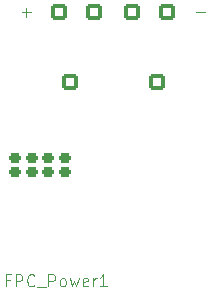
<source format=gto>
%TF.GenerationSoftware,KiCad,Pcbnew,9.0.3*%
%TF.CreationDate,2025-08-07T08:56:10+03:00*%
%TF.ProjectId,Battery,42617474-6572-4792-9e6b-696361645f70,rev?*%
%TF.SameCoordinates,Original*%
%TF.FileFunction,Legend,Top*%
%TF.FilePolarity,Positive*%
%FSLAX46Y46*%
G04 Gerber Fmt 4.6, Leading zero omitted, Abs format (unit mm)*
G04 Created by KiCad (PCBNEW 9.0.3) date 2025-08-07 08:56:10*
%MOMM*%
%LPD*%
G01*
G04 APERTURE LIST*
G04 Aperture macros list*
%AMRoundRect*
0 Rectangle with rounded corners*
0 $1 Rounding radius*
0 $2 $3 $4 $5 $6 $7 $8 $9 X,Y pos of 4 corners*
0 Add a 4 corners polygon primitive as box body*
4,1,4,$2,$3,$4,$5,$6,$7,$8,$9,$2,$3,0*
0 Add four circle primitives for the rounded corners*
1,1,$1+$1,$2,$3*
1,1,$1+$1,$4,$5*
1,1,$1+$1,$6,$7*
1,1,$1+$1,$8,$9*
0 Add four rect primitives between the rounded corners*
20,1,$1+$1,$2,$3,$4,$5,0*
20,1,$1+$1,$4,$5,$6,$7,0*
20,1,$1+$1,$6,$7,$8,$9,0*
20,1,$1+$1,$8,$9,$2,$3,0*%
G04 Aperture macros list end*
%ADD10C,0.100000*%
%ADD11RoundRect,0.200000X-0.300000X0.200000X-0.300000X-0.200000X0.300000X-0.200000X0.300000X0.200000X0*%
%ADD12RoundRect,0.200000X0.300000X-0.200000X0.300000X0.200000X-0.300000X0.200000X-0.300000X-0.200000X0*%
%ADD13RoundRect,0.175000X0.525000X0.525000X-0.525000X0.525000X-0.525000X-0.525000X0.525000X-0.525000X0*%
%ADD14RoundRect,0.175000X0.525000X-0.525000X0.525000X0.525000X-0.525000X0.525000X-0.525000X-0.525000X0*%
%ADD15R,0.400000X3.200000*%
%ADD16R,4.260000X3.200000*%
%ADD17R,4.400000X3.200000*%
G04 APERTURE END LIST*
D10*
X136803884Y-75071466D02*
X137565789Y-75071466D01*
X137184836Y-75452419D02*
X137184836Y-74690514D01*
X151613884Y-75031466D02*
X152375789Y-75031466D01*
X135791428Y-97738609D02*
X135458095Y-97738609D01*
X135458095Y-98262419D02*
X135458095Y-97262419D01*
X135458095Y-97262419D02*
X135934285Y-97262419D01*
X136315238Y-98262419D02*
X136315238Y-97262419D01*
X136315238Y-97262419D02*
X136696190Y-97262419D01*
X136696190Y-97262419D02*
X136791428Y-97310038D01*
X136791428Y-97310038D02*
X136839047Y-97357657D01*
X136839047Y-97357657D02*
X136886666Y-97452895D01*
X136886666Y-97452895D02*
X136886666Y-97595752D01*
X136886666Y-97595752D02*
X136839047Y-97690990D01*
X136839047Y-97690990D02*
X136791428Y-97738609D01*
X136791428Y-97738609D02*
X136696190Y-97786228D01*
X136696190Y-97786228D02*
X136315238Y-97786228D01*
X137886666Y-98167180D02*
X137839047Y-98214800D01*
X137839047Y-98214800D02*
X137696190Y-98262419D01*
X137696190Y-98262419D02*
X137600952Y-98262419D01*
X137600952Y-98262419D02*
X137458095Y-98214800D01*
X137458095Y-98214800D02*
X137362857Y-98119561D01*
X137362857Y-98119561D02*
X137315238Y-98024323D01*
X137315238Y-98024323D02*
X137267619Y-97833847D01*
X137267619Y-97833847D02*
X137267619Y-97690990D01*
X137267619Y-97690990D02*
X137315238Y-97500514D01*
X137315238Y-97500514D02*
X137362857Y-97405276D01*
X137362857Y-97405276D02*
X137458095Y-97310038D01*
X137458095Y-97310038D02*
X137600952Y-97262419D01*
X137600952Y-97262419D02*
X137696190Y-97262419D01*
X137696190Y-97262419D02*
X137839047Y-97310038D01*
X137839047Y-97310038D02*
X137886666Y-97357657D01*
X138077143Y-98357657D02*
X138839047Y-98357657D01*
X139077143Y-98262419D02*
X139077143Y-97262419D01*
X139077143Y-97262419D02*
X139458095Y-97262419D01*
X139458095Y-97262419D02*
X139553333Y-97310038D01*
X139553333Y-97310038D02*
X139600952Y-97357657D01*
X139600952Y-97357657D02*
X139648571Y-97452895D01*
X139648571Y-97452895D02*
X139648571Y-97595752D01*
X139648571Y-97595752D02*
X139600952Y-97690990D01*
X139600952Y-97690990D02*
X139553333Y-97738609D01*
X139553333Y-97738609D02*
X139458095Y-97786228D01*
X139458095Y-97786228D02*
X139077143Y-97786228D01*
X140220000Y-98262419D02*
X140124762Y-98214800D01*
X140124762Y-98214800D02*
X140077143Y-98167180D01*
X140077143Y-98167180D02*
X140029524Y-98071942D01*
X140029524Y-98071942D02*
X140029524Y-97786228D01*
X140029524Y-97786228D02*
X140077143Y-97690990D01*
X140077143Y-97690990D02*
X140124762Y-97643371D01*
X140124762Y-97643371D02*
X140220000Y-97595752D01*
X140220000Y-97595752D02*
X140362857Y-97595752D01*
X140362857Y-97595752D02*
X140458095Y-97643371D01*
X140458095Y-97643371D02*
X140505714Y-97690990D01*
X140505714Y-97690990D02*
X140553333Y-97786228D01*
X140553333Y-97786228D02*
X140553333Y-98071942D01*
X140553333Y-98071942D02*
X140505714Y-98167180D01*
X140505714Y-98167180D02*
X140458095Y-98214800D01*
X140458095Y-98214800D02*
X140362857Y-98262419D01*
X140362857Y-98262419D02*
X140220000Y-98262419D01*
X140886667Y-97595752D02*
X141077143Y-98262419D01*
X141077143Y-98262419D02*
X141267619Y-97786228D01*
X141267619Y-97786228D02*
X141458095Y-98262419D01*
X141458095Y-98262419D02*
X141648571Y-97595752D01*
X142410476Y-98214800D02*
X142315238Y-98262419D01*
X142315238Y-98262419D02*
X142124762Y-98262419D01*
X142124762Y-98262419D02*
X142029524Y-98214800D01*
X142029524Y-98214800D02*
X141981905Y-98119561D01*
X141981905Y-98119561D02*
X141981905Y-97738609D01*
X141981905Y-97738609D02*
X142029524Y-97643371D01*
X142029524Y-97643371D02*
X142124762Y-97595752D01*
X142124762Y-97595752D02*
X142315238Y-97595752D01*
X142315238Y-97595752D02*
X142410476Y-97643371D01*
X142410476Y-97643371D02*
X142458095Y-97738609D01*
X142458095Y-97738609D02*
X142458095Y-97833847D01*
X142458095Y-97833847D02*
X141981905Y-97929085D01*
X142886667Y-98262419D02*
X142886667Y-97595752D01*
X142886667Y-97786228D02*
X142934286Y-97690990D01*
X142934286Y-97690990D02*
X142981905Y-97643371D01*
X142981905Y-97643371D02*
X143077143Y-97595752D01*
X143077143Y-97595752D02*
X143172381Y-97595752D01*
X144029524Y-98262419D02*
X143458096Y-98262419D01*
X143743810Y-98262419D02*
X143743810Y-97262419D01*
X143743810Y-97262419D02*
X143648572Y-97405276D01*
X143648572Y-97405276D02*
X143553334Y-97500514D01*
X143553334Y-97500514D02*
X143458096Y-97548133D01*
%LPC*%
%TO.C,FPC_Power1*%
X145560000Y-93465000D02*
X133980000Y-93465000D01*
X133980000Y-89975000D01*
X145560000Y-89975000D01*
X145560000Y-93465000D01*
G36*
X145560000Y-93465000D02*
G01*
X133980000Y-93465000D01*
X133980000Y-89975000D01*
X145560000Y-89975000D01*
X145560000Y-93465000D01*
G37*
%TD*%
D11*
%TO.C,C1*%
X137720000Y-87400000D03*
X137720000Y-88600000D03*
%TD*%
D12*
%TO.C,F1*%
X136250000Y-88600000D03*
X136250000Y-87400000D03*
%TD*%
%TO.C,R1*%
X140480000Y-88600000D03*
X140480000Y-87400000D03*
%TD*%
D13*
%TO.C,Connector_Battery1*%
X149130000Y-75000000D03*
X148250000Y-81000000D03*
X146120000Y-75000000D03*
D14*
X142980000Y-75000000D03*
D13*
X140880000Y-81000000D03*
X139970000Y-75000000D03*
%TD*%
D11*
%TO.C,C2*%
X139020000Y-87400000D03*
X139020000Y-88600000D03*
%TD*%
D15*
%TO.C,FPC_Power1*%
X134470000Y-91520000D03*
X134970000Y-91520000D03*
D16*
X137400000Y-91520000D03*
D15*
X140470000Y-91520000D03*
D17*
X143070000Y-91520000D03*
%TD*%
%LPD*%
M02*

</source>
